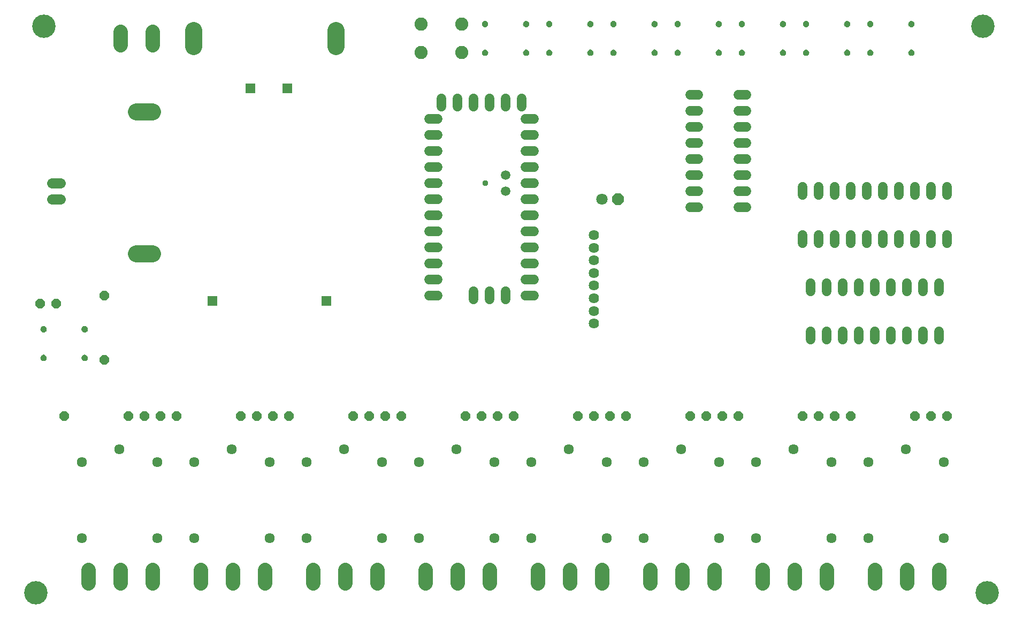
<source format=gbr>
G04 EAGLE Gerber RS-274X export*
G75*
%MOMM*%
%FSLAX34Y34*%
%LPD*%
%INSoldermask Top*%
%IPPOS*%
%AMOC8*
5,1,8,0,0,1.08239X$1,22.5*%
G01*
%ADD10C,3.703200*%
%ADD11P,1.951982X8X22.500000*%
%ADD12C,1.803400*%
%ADD13C,2.743200*%
%ADD14C,1.524000*%
%ADD15P,1.649562X8X202.500000*%
%ADD16P,1.649562X8X22.500000*%
%ADD17P,1.649562X8X292.500000*%
%ADD18C,2.082800*%
%ADD19C,1.625600*%
%ADD20C,1.625600*%
%ADD21C,1.611200*%
%ADD22C,1.511200*%
%ADD23C,1.511200*%
%ADD24R,1.511200X1.511200*%
%ADD25C,2.298700*%
%ADD26C,0.959600*%

G36*
X122469Y462218D02*
X122469Y462218D01*
X122517Y462232D01*
X122607Y462250D01*
X123516Y462571D01*
X123560Y462596D01*
X123644Y462633D01*
X124459Y463148D01*
X124496Y463182D01*
X124569Y463237D01*
X125249Y463921D01*
X125278Y463962D01*
X125337Y464032D01*
X125848Y464850D01*
X125866Y464897D01*
X125909Y464978D01*
X126224Y465889D01*
X126232Y465939D01*
X126256Y466028D01*
X126361Y466986D01*
X126358Y467016D01*
X126364Y467055D01*
X126364Y467156D01*
X126359Y467184D01*
X126361Y467220D01*
X126262Y468193D01*
X126249Y468242D01*
X126232Y468332D01*
X125920Y469259D01*
X125895Y469303D01*
X125860Y469388D01*
X125349Y470222D01*
X125315Y470260D01*
X125261Y470334D01*
X124577Y471034D01*
X124536Y471063D01*
X124467Y471123D01*
X123645Y471653D01*
X123598Y471673D01*
X123518Y471717D01*
X122598Y472050D01*
X122549Y472059D01*
X122460Y472084D01*
X121489Y472204D01*
X121479Y472204D01*
X121467Y472207D01*
X121164Y472234D01*
X121114Y472229D01*
X121015Y472229D01*
X120058Y472087D01*
X120010Y472071D01*
X119920Y472051D01*
X119018Y471699D01*
X118975Y471673D01*
X118893Y471633D01*
X118092Y471090D01*
X118056Y471054D01*
X117984Y470997D01*
X117324Y470289D01*
X117297Y470247D01*
X117240Y470175D01*
X116754Y469338D01*
X116737Y469290D01*
X116697Y469207D01*
X116410Y468283D01*
X116404Y468233D01*
X116383Y468143D01*
X116317Y467278D01*
X116315Y467270D01*
X116315Y467252D01*
X116312Y467211D01*
X116308Y467182D01*
X116308Y467130D01*
X116313Y467103D01*
X116416Y466136D01*
X116430Y466088D01*
X116447Y465997D01*
X116766Y465067D01*
X116791Y465023D01*
X116827Y464938D01*
X117346Y464102D01*
X117379Y464065D01*
X117434Y463991D01*
X118125Y463291D01*
X118167Y463262D01*
X118236Y463201D01*
X119066Y462673D01*
X119113Y462654D01*
X119194Y462611D01*
X120121Y462280D01*
X120171Y462272D01*
X120259Y462248D01*
X121212Y462135D01*
X121316Y462115D01*
X121320Y462115D01*
X121323Y462113D01*
X121511Y462107D01*
X122469Y462218D01*
G37*
G36*
X57445Y462193D02*
X57445Y462193D01*
X57493Y462207D01*
X57583Y462225D01*
X58492Y462546D01*
X58536Y462571D01*
X58620Y462608D01*
X59435Y463123D01*
X59472Y463157D01*
X59545Y463212D01*
X60225Y463896D01*
X60254Y463937D01*
X60313Y464007D01*
X60824Y464825D01*
X60842Y464872D01*
X60885Y464953D01*
X61200Y465864D01*
X61208Y465914D01*
X61232Y466003D01*
X61337Y466961D01*
X61334Y466991D01*
X61340Y467030D01*
X61340Y467131D01*
X61335Y467159D01*
X61337Y467195D01*
X61238Y468168D01*
X61225Y468217D01*
X61208Y468307D01*
X60896Y469234D01*
X60871Y469278D01*
X60836Y469363D01*
X60325Y470197D01*
X60291Y470235D01*
X60237Y470309D01*
X59553Y471009D01*
X59512Y471038D01*
X59443Y471098D01*
X58621Y471628D01*
X58574Y471648D01*
X58494Y471692D01*
X57574Y472025D01*
X57525Y472034D01*
X57436Y472059D01*
X56465Y472179D01*
X56455Y472179D01*
X56443Y472182D01*
X56140Y472209D01*
X56090Y472204D01*
X55991Y472204D01*
X55034Y472062D01*
X54986Y472046D01*
X54896Y472026D01*
X53994Y471674D01*
X53951Y471648D01*
X53869Y471608D01*
X53068Y471065D01*
X53032Y471029D01*
X52960Y470972D01*
X52300Y470264D01*
X52273Y470222D01*
X52216Y470150D01*
X51730Y469313D01*
X51713Y469265D01*
X51673Y469182D01*
X51386Y468258D01*
X51380Y468208D01*
X51359Y468118D01*
X51293Y467253D01*
X51291Y467245D01*
X51291Y467227D01*
X51288Y467186D01*
X51284Y467157D01*
X51284Y467105D01*
X51289Y467078D01*
X51392Y466111D01*
X51406Y466063D01*
X51423Y465972D01*
X51742Y465042D01*
X51767Y464998D01*
X51803Y464913D01*
X52322Y464077D01*
X52355Y464040D01*
X52410Y463966D01*
X53101Y463266D01*
X53143Y463237D01*
X53212Y463176D01*
X54042Y462648D01*
X54089Y462629D01*
X54170Y462586D01*
X55097Y462255D01*
X55147Y462247D01*
X55235Y462223D01*
X56188Y462110D01*
X56292Y462090D01*
X56296Y462090D01*
X56299Y462088D01*
X56487Y462082D01*
X57445Y462193D01*
G37*
G36*
X57445Y416955D02*
X57445Y416955D01*
X57493Y416969D01*
X57583Y416987D01*
X58492Y417308D01*
X58536Y417333D01*
X58620Y417370D01*
X59435Y417885D01*
X59472Y417919D01*
X59545Y417974D01*
X60225Y418658D01*
X60254Y418699D01*
X60313Y418769D01*
X60824Y419587D01*
X60842Y419634D01*
X60885Y419715D01*
X61200Y420626D01*
X61208Y420676D01*
X61232Y420765D01*
X61337Y421723D01*
X61334Y421753D01*
X61340Y421792D01*
X61340Y421893D01*
X61335Y421921D01*
X61337Y421957D01*
X61238Y422930D01*
X61225Y422979D01*
X61208Y423069D01*
X60896Y423996D01*
X60871Y424040D01*
X60836Y424125D01*
X60325Y424959D01*
X60291Y424997D01*
X60237Y425071D01*
X59553Y425771D01*
X59512Y425800D01*
X59443Y425860D01*
X58621Y426390D01*
X58574Y426410D01*
X58494Y426454D01*
X57574Y426787D01*
X57525Y426796D01*
X57436Y426821D01*
X56465Y426941D01*
X56455Y426941D01*
X56443Y426944D01*
X56140Y426971D01*
X56090Y426966D01*
X55991Y426966D01*
X55034Y426824D01*
X54986Y426808D01*
X54896Y426788D01*
X53994Y426436D01*
X53951Y426410D01*
X53869Y426370D01*
X53068Y425827D01*
X53032Y425791D01*
X52960Y425734D01*
X52300Y425026D01*
X52273Y424984D01*
X52216Y424912D01*
X51730Y424075D01*
X51713Y424027D01*
X51673Y423944D01*
X51386Y423020D01*
X51380Y422970D01*
X51359Y422880D01*
X51293Y422015D01*
X51291Y422007D01*
X51291Y421989D01*
X51288Y421948D01*
X51284Y421919D01*
X51284Y421867D01*
X51289Y421840D01*
X51392Y420873D01*
X51406Y420825D01*
X51423Y420734D01*
X51742Y419804D01*
X51767Y419760D01*
X51803Y419675D01*
X52322Y418839D01*
X52355Y418802D01*
X52410Y418728D01*
X53101Y418028D01*
X53143Y417999D01*
X53212Y417938D01*
X54042Y417410D01*
X54089Y417391D01*
X54170Y417348D01*
X55097Y417017D01*
X55147Y417009D01*
X55235Y416985D01*
X56188Y416872D01*
X56292Y416852D01*
X56296Y416852D01*
X56299Y416850D01*
X56487Y416844D01*
X57445Y416955D01*
G37*
G36*
X122520Y416930D02*
X122520Y416930D01*
X122568Y416944D01*
X122658Y416962D01*
X123567Y417283D01*
X123611Y417308D01*
X123695Y417345D01*
X124510Y417860D01*
X124547Y417894D01*
X124620Y417949D01*
X125300Y418633D01*
X125329Y418674D01*
X125388Y418744D01*
X125899Y419562D01*
X125917Y419609D01*
X125960Y419690D01*
X126275Y420601D01*
X126283Y420651D01*
X126307Y420740D01*
X126412Y421698D01*
X126409Y421728D01*
X126415Y421767D01*
X126415Y421868D01*
X126410Y421896D01*
X126412Y421932D01*
X126313Y422905D01*
X126300Y422954D01*
X126283Y423044D01*
X125971Y423971D01*
X125946Y424015D01*
X125911Y424100D01*
X125400Y424934D01*
X125366Y424972D01*
X125312Y425046D01*
X124628Y425746D01*
X124587Y425775D01*
X124518Y425835D01*
X123696Y426365D01*
X123649Y426385D01*
X123569Y426429D01*
X122649Y426762D01*
X122600Y426771D01*
X122511Y426796D01*
X121540Y426916D01*
X121530Y426916D01*
X121518Y426919D01*
X121215Y426946D01*
X121165Y426941D01*
X121066Y426941D01*
X120109Y426799D01*
X120061Y426783D01*
X119971Y426763D01*
X119069Y426411D01*
X119026Y426385D01*
X118944Y426345D01*
X118143Y425802D01*
X118107Y425766D01*
X118035Y425709D01*
X117375Y425001D01*
X117348Y424959D01*
X117291Y424887D01*
X116805Y424050D01*
X116788Y424002D01*
X116748Y423919D01*
X116461Y422995D01*
X116455Y422945D01*
X116434Y422855D01*
X116368Y421990D01*
X116366Y421982D01*
X116366Y421964D01*
X116363Y421923D01*
X116359Y421894D01*
X116359Y421842D01*
X116364Y421815D01*
X116467Y420848D01*
X116481Y420800D01*
X116498Y420709D01*
X116817Y419779D01*
X116842Y419735D01*
X116878Y419650D01*
X117397Y418814D01*
X117430Y418777D01*
X117485Y418703D01*
X118176Y418003D01*
X118218Y417974D01*
X118287Y417913D01*
X119117Y417385D01*
X119164Y417366D01*
X119245Y417323D01*
X120172Y416992D01*
X120222Y416984D01*
X120310Y416960D01*
X121263Y416847D01*
X121367Y416827D01*
X121371Y416827D01*
X121374Y416825D01*
X121562Y416819D01*
X122520Y416930D01*
G37*
G36*
X856735Y944659D02*
X856735Y944659D01*
X856834Y944659D01*
X857791Y944801D01*
X857839Y944817D01*
X857929Y944837D01*
X858831Y945189D01*
X858874Y945215D01*
X858956Y945255D01*
X859757Y945798D01*
X859793Y945834D01*
X859865Y945891D01*
X860525Y946599D01*
X860552Y946641D01*
X860609Y946713D01*
X861095Y947550D01*
X861112Y947598D01*
X861152Y947681D01*
X861439Y948605D01*
X861445Y948655D01*
X861466Y948745D01*
X861533Y949629D01*
X861534Y949632D01*
X861534Y949640D01*
X861537Y949677D01*
X861541Y949706D01*
X861541Y949758D01*
X861536Y949785D01*
X861433Y950752D01*
X861419Y950800D01*
X861402Y950891D01*
X861083Y951821D01*
X861058Y951865D01*
X861022Y951950D01*
X860503Y952786D01*
X860470Y952823D01*
X860415Y952898D01*
X859724Y953597D01*
X859682Y953626D01*
X859613Y953687D01*
X858783Y954215D01*
X858736Y954234D01*
X858655Y954277D01*
X857728Y954608D01*
X857678Y954616D01*
X857590Y954640D01*
X856637Y954753D01*
X856534Y954773D01*
X856529Y954773D01*
X856526Y954775D01*
X856338Y954781D01*
X855380Y954670D01*
X855332Y954656D01*
X855242Y954638D01*
X854333Y954317D01*
X854289Y954292D01*
X854205Y954255D01*
X853390Y953740D01*
X853353Y953706D01*
X853280Y953651D01*
X852600Y952967D01*
X852571Y952926D01*
X852512Y952856D01*
X852001Y952038D01*
X851983Y951991D01*
X851940Y951910D01*
X851625Y950999D01*
X851617Y950949D01*
X851593Y950860D01*
X851489Y949902D01*
X851491Y949872D01*
X851485Y949833D01*
X851485Y949732D01*
X851490Y949705D01*
X851488Y949668D01*
X851587Y948695D01*
X851600Y948646D01*
X851617Y948556D01*
X851929Y947629D01*
X851954Y947585D01*
X851989Y947500D01*
X852500Y946666D01*
X852534Y946628D01*
X852588Y946554D01*
X853272Y945854D01*
X853313Y945825D01*
X853382Y945765D01*
X854204Y945235D01*
X854251Y945215D01*
X854331Y945171D01*
X855251Y944838D01*
X855300Y944829D01*
X855389Y944804D01*
X856360Y944684D01*
X856370Y944684D01*
X856382Y944681D01*
X856685Y944654D01*
X856735Y944659D01*
G37*
G36*
X1059935Y944659D02*
X1059935Y944659D01*
X1060034Y944659D01*
X1060991Y944801D01*
X1061039Y944817D01*
X1061129Y944837D01*
X1062031Y945189D01*
X1062074Y945215D01*
X1062156Y945255D01*
X1062957Y945798D01*
X1062993Y945834D01*
X1063065Y945891D01*
X1063725Y946599D01*
X1063752Y946641D01*
X1063809Y946713D01*
X1064295Y947550D01*
X1064312Y947598D01*
X1064352Y947681D01*
X1064639Y948605D01*
X1064645Y948655D01*
X1064666Y948745D01*
X1064733Y949629D01*
X1064734Y949632D01*
X1064734Y949640D01*
X1064737Y949677D01*
X1064741Y949706D01*
X1064741Y949758D01*
X1064736Y949785D01*
X1064633Y950752D01*
X1064619Y950800D01*
X1064602Y950891D01*
X1064283Y951821D01*
X1064258Y951865D01*
X1064222Y951950D01*
X1063703Y952786D01*
X1063670Y952823D01*
X1063615Y952898D01*
X1062924Y953597D01*
X1062882Y953626D01*
X1062813Y953687D01*
X1061983Y954215D01*
X1061936Y954234D01*
X1061855Y954277D01*
X1060928Y954608D01*
X1060878Y954616D01*
X1060790Y954640D01*
X1059837Y954753D01*
X1059734Y954773D01*
X1059729Y954773D01*
X1059726Y954775D01*
X1059538Y954781D01*
X1058580Y954670D01*
X1058532Y954656D01*
X1058442Y954638D01*
X1057533Y954317D01*
X1057489Y954292D01*
X1057405Y954255D01*
X1056590Y953740D01*
X1056553Y953706D01*
X1056480Y953651D01*
X1055800Y952967D01*
X1055771Y952926D01*
X1055712Y952856D01*
X1055201Y952038D01*
X1055183Y951991D01*
X1055140Y951910D01*
X1054825Y950999D01*
X1054817Y950949D01*
X1054793Y950860D01*
X1054689Y949902D01*
X1054691Y949872D01*
X1054685Y949833D01*
X1054685Y949732D01*
X1054690Y949705D01*
X1054688Y949668D01*
X1054787Y948695D01*
X1054800Y948646D01*
X1054817Y948556D01*
X1055129Y947629D01*
X1055154Y947585D01*
X1055189Y947500D01*
X1055700Y946666D01*
X1055734Y946628D01*
X1055788Y946554D01*
X1056472Y945854D01*
X1056513Y945825D01*
X1056582Y945765D01*
X1057404Y945235D01*
X1057451Y945215D01*
X1057531Y945171D01*
X1058451Y944838D01*
X1058500Y944829D01*
X1058589Y944804D01*
X1059560Y944684D01*
X1059570Y944684D01*
X1059582Y944681D01*
X1059885Y944654D01*
X1059935Y944659D01*
G37*
G36*
X958335Y944659D02*
X958335Y944659D01*
X958434Y944659D01*
X959391Y944801D01*
X959439Y944817D01*
X959529Y944837D01*
X960431Y945189D01*
X960474Y945215D01*
X960556Y945255D01*
X961357Y945798D01*
X961393Y945834D01*
X961465Y945891D01*
X962125Y946599D01*
X962152Y946641D01*
X962209Y946713D01*
X962695Y947550D01*
X962712Y947598D01*
X962752Y947681D01*
X963039Y948605D01*
X963045Y948655D01*
X963066Y948745D01*
X963133Y949629D01*
X963134Y949632D01*
X963134Y949640D01*
X963137Y949677D01*
X963141Y949706D01*
X963141Y949758D01*
X963136Y949785D01*
X963033Y950752D01*
X963019Y950800D01*
X963002Y950891D01*
X962683Y951821D01*
X962658Y951865D01*
X962622Y951950D01*
X962103Y952786D01*
X962070Y952823D01*
X962015Y952898D01*
X961324Y953597D01*
X961282Y953626D01*
X961213Y953687D01*
X960383Y954215D01*
X960336Y954234D01*
X960255Y954277D01*
X959328Y954608D01*
X959278Y954616D01*
X959190Y954640D01*
X958237Y954753D01*
X958134Y954773D01*
X958129Y954773D01*
X958126Y954775D01*
X957938Y954781D01*
X956980Y954670D01*
X956932Y954656D01*
X956842Y954638D01*
X955933Y954317D01*
X955889Y954292D01*
X955805Y954255D01*
X954990Y953740D01*
X954953Y953706D01*
X954880Y953651D01*
X954200Y952967D01*
X954171Y952926D01*
X954112Y952856D01*
X953601Y952038D01*
X953583Y951991D01*
X953540Y951910D01*
X953225Y950999D01*
X953217Y950949D01*
X953193Y950860D01*
X953089Y949902D01*
X953091Y949872D01*
X953085Y949833D01*
X953085Y949732D01*
X953090Y949705D01*
X953088Y949668D01*
X953187Y948695D01*
X953200Y948646D01*
X953217Y948556D01*
X953529Y947629D01*
X953554Y947585D01*
X953589Y947500D01*
X954100Y946666D01*
X954134Y946628D01*
X954188Y946554D01*
X954872Y945854D01*
X954913Y945825D01*
X954982Y945765D01*
X955804Y945235D01*
X955851Y945215D01*
X955931Y945171D01*
X956851Y944838D01*
X956900Y944829D01*
X956989Y944804D01*
X957960Y944684D01*
X957970Y944684D01*
X957982Y944681D01*
X958285Y944654D01*
X958335Y944659D01*
G37*
G36*
X1161535Y944659D02*
X1161535Y944659D01*
X1161634Y944659D01*
X1162591Y944801D01*
X1162639Y944817D01*
X1162729Y944837D01*
X1163631Y945189D01*
X1163674Y945215D01*
X1163756Y945255D01*
X1164557Y945798D01*
X1164593Y945834D01*
X1164665Y945891D01*
X1165325Y946599D01*
X1165352Y946641D01*
X1165409Y946713D01*
X1165895Y947550D01*
X1165912Y947598D01*
X1165952Y947681D01*
X1166239Y948605D01*
X1166245Y948655D01*
X1166266Y948745D01*
X1166333Y949629D01*
X1166334Y949632D01*
X1166334Y949640D01*
X1166337Y949677D01*
X1166341Y949706D01*
X1166341Y949758D01*
X1166336Y949785D01*
X1166233Y950752D01*
X1166219Y950800D01*
X1166202Y950891D01*
X1165883Y951821D01*
X1165858Y951865D01*
X1165822Y951950D01*
X1165303Y952786D01*
X1165270Y952823D01*
X1165215Y952898D01*
X1164524Y953597D01*
X1164482Y953626D01*
X1164413Y953687D01*
X1163583Y954215D01*
X1163536Y954234D01*
X1163455Y954277D01*
X1162528Y954608D01*
X1162478Y954616D01*
X1162390Y954640D01*
X1161437Y954753D01*
X1161334Y954773D01*
X1161329Y954773D01*
X1161326Y954775D01*
X1161138Y954781D01*
X1160180Y954670D01*
X1160132Y954656D01*
X1160042Y954638D01*
X1159133Y954317D01*
X1159089Y954292D01*
X1159005Y954255D01*
X1158190Y953740D01*
X1158153Y953706D01*
X1158080Y953651D01*
X1157400Y952967D01*
X1157371Y952926D01*
X1157312Y952856D01*
X1156801Y952038D01*
X1156783Y951991D01*
X1156740Y951910D01*
X1156425Y950999D01*
X1156417Y950949D01*
X1156393Y950860D01*
X1156289Y949902D01*
X1156291Y949872D01*
X1156285Y949833D01*
X1156285Y949732D01*
X1156290Y949705D01*
X1156288Y949668D01*
X1156387Y948695D01*
X1156400Y948646D01*
X1156417Y948556D01*
X1156729Y947629D01*
X1156754Y947585D01*
X1156789Y947500D01*
X1157300Y946666D01*
X1157334Y946628D01*
X1157388Y946554D01*
X1158072Y945854D01*
X1158113Y945825D01*
X1158182Y945765D01*
X1159004Y945235D01*
X1159051Y945215D01*
X1159131Y945171D01*
X1160051Y944838D01*
X1160100Y944829D01*
X1160189Y944804D01*
X1161160Y944684D01*
X1161170Y944684D01*
X1161182Y944681D01*
X1161485Y944654D01*
X1161535Y944659D01*
G37*
G36*
X1364735Y944659D02*
X1364735Y944659D01*
X1364834Y944659D01*
X1365791Y944801D01*
X1365839Y944817D01*
X1365929Y944837D01*
X1366831Y945189D01*
X1366874Y945215D01*
X1366956Y945255D01*
X1367757Y945798D01*
X1367793Y945834D01*
X1367865Y945891D01*
X1368525Y946599D01*
X1368552Y946641D01*
X1368609Y946713D01*
X1369095Y947550D01*
X1369112Y947598D01*
X1369152Y947681D01*
X1369439Y948605D01*
X1369445Y948655D01*
X1369466Y948745D01*
X1369533Y949629D01*
X1369534Y949632D01*
X1369534Y949640D01*
X1369537Y949677D01*
X1369541Y949706D01*
X1369541Y949758D01*
X1369536Y949785D01*
X1369433Y950752D01*
X1369419Y950800D01*
X1369402Y950891D01*
X1369083Y951821D01*
X1369058Y951865D01*
X1369022Y951950D01*
X1368503Y952786D01*
X1368470Y952823D01*
X1368415Y952898D01*
X1367724Y953597D01*
X1367682Y953626D01*
X1367613Y953687D01*
X1366783Y954215D01*
X1366736Y954234D01*
X1366655Y954277D01*
X1365728Y954608D01*
X1365678Y954616D01*
X1365590Y954640D01*
X1364637Y954753D01*
X1364534Y954773D01*
X1364529Y954773D01*
X1364526Y954775D01*
X1364338Y954781D01*
X1363380Y954670D01*
X1363332Y954656D01*
X1363242Y954638D01*
X1362333Y954317D01*
X1362289Y954292D01*
X1362205Y954255D01*
X1361390Y953740D01*
X1361353Y953706D01*
X1361280Y953651D01*
X1360600Y952967D01*
X1360571Y952926D01*
X1360512Y952856D01*
X1360001Y952038D01*
X1359983Y951991D01*
X1359940Y951910D01*
X1359625Y950999D01*
X1359617Y950949D01*
X1359593Y950860D01*
X1359489Y949902D01*
X1359491Y949872D01*
X1359485Y949833D01*
X1359485Y949732D01*
X1359490Y949705D01*
X1359488Y949668D01*
X1359587Y948695D01*
X1359600Y948646D01*
X1359617Y948556D01*
X1359929Y947629D01*
X1359954Y947585D01*
X1359989Y947500D01*
X1360500Y946666D01*
X1360534Y946628D01*
X1360588Y946554D01*
X1361272Y945854D01*
X1361313Y945825D01*
X1361382Y945765D01*
X1362204Y945235D01*
X1362251Y945215D01*
X1362331Y945171D01*
X1363251Y944838D01*
X1363300Y944829D01*
X1363389Y944804D01*
X1364360Y944684D01*
X1364370Y944684D01*
X1364382Y944681D01*
X1364685Y944654D01*
X1364735Y944659D01*
G37*
G36*
X755135Y944659D02*
X755135Y944659D01*
X755234Y944659D01*
X756191Y944801D01*
X756239Y944817D01*
X756329Y944837D01*
X757231Y945189D01*
X757274Y945215D01*
X757356Y945255D01*
X758157Y945798D01*
X758193Y945834D01*
X758265Y945891D01*
X758925Y946599D01*
X758952Y946641D01*
X759009Y946713D01*
X759495Y947550D01*
X759512Y947598D01*
X759552Y947681D01*
X759839Y948605D01*
X759845Y948655D01*
X759866Y948745D01*
X759933Y949629D01*
X759934Y949632D01*
X759934Y949640D01*
X759937Y949677D01*
X759941Y949706D01*
X759941Y949758D01*
X759936Y949785D01*
X759833Y950752D01*
X759819Y950800D01*
X759802Y950891D01*
X759483Y951821D01*
X759458Y951865D01*
X759422Y951950D01*
X758903Y952786D01*
X758870Y952823D01*
X758815Y952898D01*
X758124Y953597D01*
X758082Y953626D01*
X758013Y953687D01*
X757183Y954215D01*
X757136Y954234D01*
X757055Y954277D01*
X756128Y954608D01*
X756078Y954616D01*
X755990Y954640D01*
X755037Y954753D01*
X754934Y954773D01*
X754929Y954773D01*
X754926Y954775D01*
X754738Y954781D01*
X753780Y954670D01*
X753732Y954656D01*
X753642Y954638D01*
X752733Y954317D01*
X752689Y954292D01*
X752605Y954255D01*
X751790Y953740D01*
X751753Y953706D01*
X751680Y953651D01*
X751000Y952967D01*
X750971Y952926D01*
X750912Y952856D01*
X750401Y952038D01*
X750383Y951991D01*
X750340Y951910D01*
X750025Y950999D01*
X750017Y950949D01*
X749993Y950860D01*
X749889Y949902D01*
X749891Y949872D01*
X749885Y949833D01*
X749885Y949732D01*
X749890Y949705D01*
X749888Y949668D01*
X749987Y948695D01*
X750000Y948646D01*
X750017Y948556D01*
X750329Y947629D01*
X750354Y947585D01*
X750389Y947500D01*
X750900Y946666D01*
X750934Y946628D01*
X750988Y946554D01*
X751672Y945854D01*
X751713Y945825D01*
X751782Y945765D01*
X752604Y945235D01*
X752651Y945215D01*
X752731Y945171D01*
X753651Y944838D01*
X753700Y944829D01*
X753789Y944804D01*
X754760Y944684D01*
X754770Y944684D01*
X754782Y944681D01*
X755085Y944654D01*
X755135Y944659D01*
G37*
G36*
X1263135Y944659D02*
X1263135Y944659D01*
X1263234Y944659D01*
X1264191Y944801D01*
X1264239Y944817D01*
X1264329Y944837D01*
X1265231Y945189D01*
X1265274Y945215D01*
X1265356Y945255D01*
X1266157Y945798D01*
X1266193Y945834D01*
X1266265Y945891D01*
X1266925Y946599D01*
X1266952Y946641D01*
X1267009Y946713D01*
X1267495Y947550D01*
X1267512Y947598D01*
X1267552Y947681D01*
X1267839Y948605D01*
X1267845Y948655D01*
X1267866Y948745D01*
X1267933Y949629D01*
X1267934Y949632D01*
X1267934Y949640D01*
X1267937Y949677D01*
X1267941Y949706D01*
X1267941Y949758D01*
X1267936Y949785D01*
X1267833Y950752D01*
X1267819Y950800D01*
X1267802Y950891D01*
X1267483Y951821D01*
X1267458Y951865D01*
X1267422Y951950D01*
X1266903Y952786D01*
X1266870Y952823D01*
X1266815Y952898D01*
X1266124Y953597D01*
X1266082Y953626D01*
X1266013Y953687D01*
X1265183Y954215D01*
X1265136Y954234D01*
X1265055Y954277D01*
X1264128Y954608D01*
X1264078Y954616D01*
X1263990Y954640D01*
X1263037Y954753D01*
X1262934Y954773D01*
X1262929Y954773D01*
X1262926Y954775D01*
X1262738Y954781D01*
X1261780Y954670D01*
X1261732Y954656D01*
X1261642Y954638D01*
X1260733Y954317D01*
X1260689Y954292D01*
X1260605Y954255D01*
X1259790Y953740D01*
X1259753Y953706D01*
X1259680Y953651D01*
X1259000Y952967D01*
X1258971Y952926D01*
X1258912Y952856D01*
X1258401Y952038D01*
X1258383Y951991D01*
X1258340Y951910D01*
X1258025Y950999D01*
X1258017Y950949D01*
X1257993Y950860D01*
X1257889Y949902D01*
X1257891Y949872D01*
X1257885Y949833D01*
X1257885Y949732D01*
X1257890Y949705D01*
X1257888Y949668D01*
X1257987Y948695D01*
X1258000Y948646D01*
X1258017Y948556D01*
X1258329Y947629D01*
X1258354Y947585D01*
X1258389Y947500D01*
X1258900Y946666D01*
X1258934Y946628D01*
X1258988Y946554D01*
X1259672Y945854D01*
X1259713Y945825D01*
X1259782Y945765D01*
X1260604Y945235D01*
X1260651Y945215D01*
X1260731Y945171D01*
X1261651Y944838D01*
X1261700Y944829D01*
X1261789Y944804D01*
X1262760Y944684D01*
X1262770Y944684D01*
X1262782Y944681D01*
X1263085Y944654D01*
X1263135Y944659D01*
G37*
G36*
X1429810Y944634D02*
X1429810Y944634D01*
X1429909Y944634D01*
X1430866Y944776D01*
X1430914Y944792D01*
X1431004Y944812D01*
X1431906Y945164D01*
X1431949Y945190D01*
X1432031Y945230D01*
X1432832Y945773D01*
X1432868Y945809D01*
X1432940Y945866D01*
X1433600Y946574D01*
X1433627Y946616D01*
X1433684Y946688D01*
X1434170Y947525D01*
X1434187Y947573D01*
X1434227Y947656D01*
X1434514Y948580D01*
X1434520Y948630D01*
X1434541Y948720D01*
X1434608Y949604D01*
X1434609Y949607D01*
X1434609Y949615D01*
X1434612Y949652D01*
X1434616Y949681D01*
X1434616Y949733D01*
X1434611Y949760D01*
X1434508Y950727D01*
X1434494Y950775D01*
X1434477Y950866D01*
X1434158Y951796D01*
X1434133Y951840D01*
X1434097Y951925D01*
X1433578Y952761D01*
X1433545Y952798D01*
X1433490Y952873D01*
X1432799Y953572D01*
X1432757Y953601D01*
X1432688Y953662D01*
X1431858Y954190D01*
X1431811Y954209D01*
X1431730Y954252D01*
X1430803Y954583D01*
X1430753Y954591D01*
X1430665Y954615D01*
X1429712Y954728D01*
X1429609Y954748D01*
X1429604Y954748D01*
X1429601Y954750D01*
X1429413Y954756D01*
X1428455Y954645D01*
X1428407Y954631D01*
X1428317Y954613D01*
X1427408Y954292D01*
X1427364Y954267D01*
X1427280Y954230D01*
X1426465Y953715D01*
X1426428Y953681D01*
X1426355Y953626D01*
X1425675Y952942D01*
X1425646Y952901D01*
X1425587Y952831D01*
X1425076Y952013D01*
X1425058Y951966D01*
X1425015Y951885D01*
X1424700Y950974D01*
X1424692Y950924D01*
X1424668Y950835D01*
X1424564Y949877D01*
X1424566Y949847D01*
X1424560Y949808D01*
X1424560Y949707D01*
X1424565Y949680D01*
X1424563Y949643D01*
X1424662Y948670D01*
X1424675Y948621D01*
X1424692Y948531D01*
X1425004Y947604D01*
X1425029Y947560D01*
X1425064Y947475D01*
X1425575Y946641D01*
X1425609Y946603D01*
X1425663Y946529D01*
X1426347Y945829D01*
X1426388Y945800D01*
X1426457Y945740D01*
X1427279Y945210D01*
X1427326Y945190D01*
X1427406Y945146D01*
X1428326Y944813D01*
X1428375Y944804D01*
X1428464Y944779D01*
X1429435Y944659D01*
X1429445Y944659D01*
X1429457Y944656D01*
X1429760Y944629D01*
X1429810Y944634D01*
G37*
G36*
X1328210Y944634D02*
X1328210Y944634D01*
X1328309Y944634D01*
X1329266Y944776D01*
X1329314Y944792D01*
X1329404Y944812D01*
X1330306Y945164D01*
X1330349Y945190D01*
X1330431Y945230D01*
X1331232Y945773D01*
X1331268Y945809D01*
X1331340Y945866D01*
X1332000Y946574D01*
X1332027Y946616D01*
X1332084Y946688D01*
X1332570Y947525D01*
X1332587Y947573D01*
X1332627Y947656D01*
X1332914Y948580D01*
X1332920Y948630D01*
X1332941Y948720D01*
X1333008Y949604D01*
X1333009Y949607D01*
X1333009Y949615D01*
X1333012Y949652D01*
X1333016Y949681D01*
X1333016Y949733D01*
X1333011Y949760D01*
X1332908Y950727D01*
X1332894Y950775D01*
X1332877Y950866D01*
X1332558Y951796D01*
X1332533Y951840D01*
X1332497Y951925D01*
X1331978Y952761D01*
X1331945Y952798D01*
X1331890Y952873D01*
X1331199Y953572D01*
X1331157Y953601D01*
X1331088Y953662D01*
X1330258Y954190D01*
X1330211Y954209D01*
X1330130Y954252D01*
X1329203Y954583D01*
X1329153Y954591D01*
X1329065Y954615D01*
X1328112Y954728D01*
X1328009Y954748D01*
X1328004Y954748D01*
X1328001Y954750D01*
X1327813Y954756D01*
X1326855Y954645D01*
X1326807Y954631D01*
X1326717Y954613D01*
X1325808Y954292D01*
X1325764Y954267D01*
X1325680Y954230D01*
X1324865Y953715D01*
X1324828Y953681D01*
X1324755Y953626D01*
X1324075Y952942D01*
X1324046Y952901D01*
X1323987Y952831D01*
X1323476Y952013D01*
X1323458Y951966D01*
X1323415Y951885D01*
X1323100Y950974D01*
X1323092Y950924D01*
X1323068Y950835D01*
X1322964Y949877D01*
X1322966Y949847D01*
X1322960Y949808D01*
X1322960Y949707D01*
X1322965Y949680D01*
X1322963Y949643D01*
X1323062Y948670D01*
X1323075Y948621D01*
X1323092Y948531D01*
X1323404Y947604D01*
X1323429Y947560D01*
X1323464Y947475D01*
X1323975Y946641D01*
X1324009Y946603D01*
X1324063Y946529D01*
X1324747Y945829D01*
X1324788Y945800D01*
X1324857Y945740D01*
X1325679Y945210D01*
X1325726Y945190D01*
X1325806Y945146D01*
X1326726Y944813D01*
X1326775Y944804D01*
X1326864Y944779D01*
X1327835Y944659D01*
X1327845Y944659D01*
X1327857Y944656D01*
X1328160Y944629D01*
X1328210Y944634D01*
G37*
G36*
X820210Y944634D02*
X820210Y944634D01*
X820309Y944634D01*
X821266Y944776D01*
X821314Y944792D01*
X821404Y944812D01*
X822306Y945164D01*
X822349Y945190D01*
X822431Y945230D01*
X823232Y945773D01*
X823268Y945809D01*
X823340Y945866D01*
X824000Y946574D01*
X824027Y946616D01*
X824084Y946688D01*
X824570Y947525D01*
X824587Y947573D01*
X824627Y947656D01*
X824914Y948580D01*
X824920Y948630D01*
X824941Y948720D01*
X825008Y949604D01*
X825009Y949607D01*
X825009Y949615D01*
X825012Y949652D01*
X825016Y949681D01*
X825016Y949733D01*
X825011Y949760D01*
X824908Y950727D01*
X824894Y950775D01*
X824877Y950866D01*
X824558Y951796D01*
X824533Y951840D01*
X824497Y951925D01*
X823978Y952761D01*
X823945Y952798D01*
X823890Y952873D01*
X823199Y953572D01*
X823157Y953601D01*
X823088Y953662D01*
X822258Y954190D01*
X822211Y954209D01*
X822130Y954252D01*
X821203Y954583D01*
X821153Y954591D01*
X821065Y954615D01*
X820112Y954728D01*
X820009Y954748D01*
X820004Y954748D01*
X820001Y954750D01*
X819813Y954756D01*
X818855Y954645D01*
X818807Y954631D01*
X818717Y954613D01*
X817808Y954292D01*
X817764Y954267D01*
X817680Y954230D01*
X816865Y953715D01*
X816828Y953681D01*
X816755Y953626D01*
X816075Y952942D01*
X816046Y952901D01*
X815987Y952831D01*
X815476Y952013D01*
X815458Y951966D01*
X815415Y951885D01*
X815100Y950974D01*
X815092Y950924D01*
X815068Y950835D01*
X814964Y949877D01*
X814966Y949847D01*
X814960Y949808D01*
X814960Y949707D01*
X814965Y949680D01*
X814963Y949643D01*
X815062Y948670D01*
X815075Y948621D01*
X815092Y948531D01*
X815404Y947604D01*
X815429Y947560D01*
X815464Y947475D01*
X815975Y946641D01*
X816009Y946603D01*
X816063Y946529D01*
X816747Y945829D01*
X816788Y945800D01*
X816857Y945740D01*
X817679Y945210D01*
X817726Y945190D01*
X817806Y945146D01*
X818726Y944813D01*
X818775Y944804D01*
X818864Y944779D01*
X819835Y944659D01*
X819845Y944659D01*
X819857Y944656D01*
X820160Y944629D01*
X820210Y944634D01*
G37*
G36*
X1023410Y944634D02*
X1023410Y944634D01*
X1023509Y944634D01*
X1024466Y944776D01*
X1024514Y944792D01*
X1024604Y944812D01*
X1025506Y945164D01*
X1025549Y945190D01*
X1025631Y945230D01*
X1026432Y945773D01*
X1026468Y945809D01*
X1026540Y945866D01*
X1027200Y946574D01*
X1027227Y946616D01*
X1027284Y946688D01*
X1027770Y947525D01*
X1027787Y947573D01*
X1027827Y947656D01*
X1028114Y948580D01*
X1028120Y948630D01*
X1028141Y948720D01*
X1028208Y949604D01*
X1028209Y949607D01*
X1028209Y949615D01*
X1028212Y949652D01*
X1028216Y949681D01*
X1028216Y949733D01*
X1028211Y949760D01*
X1028108Y950727D01*
X1028094Y950775D01*
X1028077Y950866D01*
X1027758Y951796D01*
X1027733Y951840D01*
X1027697Y951925D01*
X1027178Y952761D01*
X1027145Y952798D01*
X1027090Y952873D01*
X1026399Y953572D01*
X1026357Y953601D01*
X1026288Y953662D01*
X1025458Y954190D01*
X1025411Y954209D01*
X1025330Y954252D01*
X1024403Y954583D01*
X1024353Y954591D01*
X1024265Y954615D01*
X1023312Y954728D01*
X1023209Y954748D01*
X1023204Y954748D01*
X1023201Y954750D01*
X1023013Y954756D01*
X1022055Y954645D01*
X1022007Y954631D01*
X1021917Y954613D01*
X1021008Y954292D01*
X1020964Y954267D01*
X1020880Y954230D01*
X1020065Y953715D01*
X1020028Y953681D01*
X1019955Y953626D01*
X1019275Y952942D01*
X1019246Y952901D01*
X1019187Y952831D01*
X1018676Y952013D01*
X1018658Y951966D01*
X1018615Y951885D01*
X1018300Y950974D01*
X1018292Y950924D01*
X1018268Y950835D01*
X1018164Y949877D01*
X1018166Y949847D01*
X1018160Y949808D01*
X1018160Y949707D01*
X1018165Y949680D01*
X1018163Y949643D01*
X1018262Y948670D01*
X1018275Y948621D01*
X1018292Y948531D01*
X1018604Y947604D01*
X1018629Y947560D01*
X1018664Y947475D01*
X1019175Y946641D01*
X1019209Y946603D01*
X1019263Y946529D01*
X1019947Y945829D01*
X1019988Y945800D01*
X1020057Y945740D01*
X1020879Y945210D01*
X1020926Y945190D01*
X1021006Y945146D01*
X1021926Y944813D01*
X1021975Y944804D01*
X1022064Y944779D01*
X1023035Y944659D01*
X1023045Y944659D01*
X1023057Y944656D01*
X1023360Y944629D01*
X1023410Y944634D01*
G37*
G36*
X921810Y944634D02*
X921810Y944634D01*
X921909Y944634D01*
X922866Y944776D01*
X922914Y944792D01*
X923004Y944812D01*
X923906Y945164D01*
X923949Y945190D01*
X924031Y945230D01*
X924832Y945773D01*
X924868Y945809D01*
X924940Y945866D01*
X925600Y946574D01*
X925627Y946616D01*
X925684Y946688D01*
X926170Y947525D01*
X926187Y947573D01*
X926227Y947656D01*
X926514Y948580D01*
X926520Y948630D01*
X926541Y948720D01*
X926608Y949604D01*
X926609Y949607D01*
X926609Y949615D01*
X926612Y949652D01*
X926616Y949681D01*
X926616Y949733D01*
X926611Y949760D01*
X926508Y950727D01*
X926494Y950775D01*
X926477Y950866D01*
X926158Y951796D01*
X926133Y951840D01*
X926097Y951925D01*
X925578Y952761D01*
X925545Y952798D01*
X925490Y952873D01*
X924799Y953572D01*
X924757Y953601D01*
X924688Y953662D01*
X923858Y954190D01*
X923811Y954209D01*
X923730Y954252D01*
X922803Y954583D01*
X922753Y954591D01*
X922665Y954615D01*
X921712Y954728D01*
X921609Y954748D01*
X921604Y954748D01*
X921601Y954750D01*
X921413Y954756D01*
X920455Y954645D01*
X920407Y954631D01*
X920317Y954613D01*
X919408Y954292D01*
X919364Y954267D01*
X919280Y954230D01*
X918465Y953715D01*
X918428Y953681D01*
X918355Y953626D01*
X917675Y952942D01*
X917646Y952901D01*
X917587Y952831D01*
X917076Y952013D01*
X917058Y951966D01*
X917015Y951885D01*
X916700Y950974D01*
X916692Y950924D01*
X916668Y950835D01*
X916564Y949877D01*
X916566Y949847D01*
X916560Y949808D01*
X916560Y949707D01*
X916565Y949680D01*
X916563Y949643D01*
X916662Y948670D01*
X916675Y948621D01*
X916692Y948531D01*
X917004Y947604D01*
X917029Y947560D01*
X917064Y947475D01*
X917575Y946641D01*
X917609Y946603D01*
X917663Y946529D01*
X918347Y945829D01*
X918388Y945800D01*
X918457Y945740D01*
X919279Y945210D01*
X919326Y945190D01*
X919406Y945146D01*
X920326Y944813D01*
X920375Y944804D01*
X920464Y944779D01*
X921435Y944659D01*
X921445Y944659D01*
X921457Y944656D01*
X921760Y944629D01*
X921810Y944634D01*
G37*
G36*
X1125010Y944634D02*
X1125010Y944634D01*
X1125109Y944634D01*
X1126066Y944776D01*
X1126114Y944792D01*
X1126204Y944812D01*
X1127106Y945164D01*
X1127149Y945190D01*
X1127231Y945230D01*
X1128032Y945773D01*
X1128068Y945809D01*
X1128140Y945866D01*
X1128800Y946574D01*
X1128827Y946616D01*
X1128884Y946688D01*
X1129370Y947525D01*
X1129387Y947573D01*
X1129427Y947656D01*
X1129714Y948580D01*
X1129720Y948630D01*
X1129741Y948720D01*
X1129808Y949604D01*
X1129809Y949607D01*
X1129809Y949615D01*
X1129812Y949652D01*
X1129816Y949681D01*
X1129816Y949733D01*
X1129811Y949760D01*
X1129708Y950727D01*
X1129694Y950775D01*
X1129677Y950866D01*
X1129358Y951796D01*
X1129333Y951840D01*
X1129297Y951925D01*
X1128778Y952761D01*
X1128745Y952798D01*
X1128690Y952873D01*
X1127999Y953572D01*
X1127957Y953601D01*
X1127888Y953662D01*
X1127058Y954190D01*
X1127011Y954209D01*
X1126930Y954252D01*
X1126003Y954583D01*
X1125953Y954591D01*
X1125865Y954615D01*
X1124912Y954728D01*
X1124809Y954748D01*
X1124804Y954748D01*
X1124801Y954750D01*
X1124613Y954756D01*
X1123655Y954645D01*
X1123607Y954631D01*
X1123517Y954613D01*
X1122608Y954292D01*
X1122564Y954267D01*
X1122480Y954230D01*
X1121665Y953715D01*
X1121628Y953681D01*
X1121555Y953626D01*
X1120875Y952942D01*
X1120846Y952901D01*
X1120787Y952831D01*
X1120276Y952013D01*
X1120258Y951966D01*
X1120215Y951885D01*
X1119900Y950974D01*
X1119892Y950924D01*
X1119868Y950835D01*
X1119764Y949877D01*
X1119766Y949847D01*
X1119760Y949808D01*
X1119760Y949707D01*
X1119765Y949680D01*
X1119763Y949643D01*
X1119862Y948670D01*
X1119875Y948621D01*
X1119892Y948531D01*
X1120204Y947604D01*
X1120229Y947560D01*
X1120264Y947475D01*
X1120775Y946641D01*
X1120809Y946603D01*
X1120863Y946529D01*
X1121547Y945829D01*
X1121588Y945800D01*
X1121657Y945740D01*
X1122479Y945210D01*
X1122526Y945190D01*
X1122606Y945146D01*
X1123526Y944813D01*
X1123575Y944804D01*
X1123664Y944779D01*
X1124635Y944659D01*
X1124645Y944659D01*
X1124657Y944656D01*
X1124960Y944629D01*
X1125010Y944634D01*
G37*
G36*
X1226610Y944634D02*
X1226610Y944634D01*
X1226709Y944634D01*
X1227666Y944776D01*
X1227714Y944792D01*
X1227804Y944812D01*
X1228706Y945164D01*
X1228749Y945190D01*
X1228831Y945230D01*
X1229632Y945773D01*
X1229668Y945809D01*
X1229740Y945866D01*
X1230400Y946574D01*
X1230427Y946616D01*
X1230484Y946688D01*
X1230970Y947525D01*
X1230987Y947573D01*
X1231027Y947656D01*
X1231314Y948580D01*
X1231320Y948630D01*
X1231341Y948720D01*
X1231408Y949604D01*
X1231409Y949607D01*
X1231409Y949615D01*
X1231412Y949652D01*
X1231416Y949681D01*
X1231416Y949733D01*
X1231411Y949760D01*
X1231308Y950727D01*
X1231294Y950775D01*
X1231277Y950866D01*
X1230958Y951796D01*
X1230933Y951840D01*
X1230897Y951925D01*
X1230378Y952761D01*
X1230345Y952798D01*
X1230290Y952873D01*
X1229599Y953572D01*
X1229557Y953601D01*
X1229488Y953662D01*
X1228658Y954190D01*
X1228611Y954209D01*
X1228530Y954252D01*
X1227603Y954583D01*
X1227553Y954591D01*
X1227465Y954615D01*
X1226512Y954728D01*
X1226409Y954748D01*
X1226404Y954748D01*
X1226401Y954750D01*
X1226213Y954756D01*
X1225255Y954645D01*
X1225207Y954631D01*
X1225117Y954613D01*
X1224208Y954292D01*
X1224164Y954267D01*
X1224080Y954230D01*
X1223265Y953715D01*
X1223228Y953681D01*
X1223155Y953626D01*
X1222475Y952942D01*
X1222446Y952901D01*
X1222387Y952831D01*
X1221876Y952013D01*
X1221858Y951966D01*
X1221815Y951885D01*
X1221500Y950974D01*
X1221492Y950924D01*
X1221468Y950835D01*
X1221364Y949877D01*
X1221366Y949847D01*
X1221360Y949808D01*
X1221360Y949707D01*
X1221365Y949680D01*
X1221363Y949643D01*
X1221462Y948670D01*
X1221475Y948621D01*
X1221492Y948531D01*
X1221804Y947604D01*
X1221829Y947560D01*
X1221864Y947475D01*
X1222375Y946641D01*
X1222409Y946603D01*
X1222463Y946529D01*
X1223147Y945829D01*
X1223188Y945800D01*
X1223257Y945740D01*
X1224079Y945210D01*
X1224126Y945190D01*
X1224206Y945146D01*
X1225126Y944813D01*
X1225175Y944804D01*
X1225264Y944779D01*
X1226235Y944659D01*
X1226245Y944659D01*
X1226257Y944656D01*
X1226560Y944629D01*
X1226610Y944634D01*
G37*
G36*
X820210Y899396D02*
X820210Y899396D01*
X820309Y899396D01*
X821266Y899538D01*
X821314Y899554D01*
X821404Y899574D01*
X822306Y899926D01*
X822349Y899952D01*
X822431Y899992D01*
X823232Y900535D01*
X823268Y900571D01*
X823340Y900628D01*
X824000Y901336D01*
X824027Y901378D01*
X824084Y901450D01*
X824570Y902287D01*
X824587Y902335D01*
X824627Y902418D01*
X824914Y903342D01*
X824920Y903392D01*
X824941Y903482D01*
X825008Y904366D01*
X825009Y904369D01*
X825009Y904377D01*
X825012Y904414D01*
X825016Y904443D01*
X825016Y904495D01*
X825011Y904522D01*
X824908Y905489D01*
X824894Y905537D01*
X824877Y905628D01*
X824558Y906558D01*
X824533Y906602D01*
X824497Y906687D01*
X823978Y907523D01*
X823945Y907560D01*
X823890Y907635D01*
X823199Y908334D01*
X823157Y908363D01*
X823088Y908424D01*
X822258Y908952D01*
X822211Y908971D01*
X822130Y909014D01*
X821203Y909345D01*
X821153Y909353D01*
X821065Y909377D01*
X820112Y909490D01*
X820009Y909510D01*
X820004Y909510D01*
X820001Y909512D01*
X819813Y909518D01*
X818855Y909407D01*
X818807Y909393D01*
X818717Y909375D01*
X817808Y909054D01*
X817764Y909029D01*
X817680Y908992D01*
X816865Y908477D01*
X816828Y908443D01*
X816755Y908388D01*
X816075Y907704D01*
X816046Y907663D01*
X815987Y907593D01*
X815476Y906775D01*
X815458Y906728D01*
X815415Y906647D01*
X815100Y905736D01*
X815092Y905686D01*
X815068Y905597D01*
X814964Y904639D01*
X814966Y904609D01*
X814960Y904570D01*
X814960Y904469D01*
X814965Y904442D01*
X814963Y904405D01*
X815062Y903432D01*
X815075Y903383D01*
X815092Y903293D01*
X815404Y902366D01*
X815429Y902322D01*
X815464Y902237D01*
X815975Y901403D01*
X816009Y901365D01*
X816063Y901291D01*
X816747Y900591D01*
X816788Y900562D01*
X816857Y900502D01*
X817679Y899972D01*
X817726Y899952D01*
X817806Y899908D01*
X818726Y899575D01*
X818775Y899566D01*
X818864Y899541D01*
X819835Y899421D01*
X819845Y899421D01*
X819857Y899418D01*
X820160Y899391D01*
X820210Y899396D01*
G37*
G36*
X1226610Y899396D02*
X1226610Y899396D01*
X1226709Y899396D01*
X1227666Y899538D01*
X1227714Y899554D01*
X1227804Y899574D01*
X1228706Y899926D01*
X1228749Y899952D01*
X1228831Y899992D01*
X1229632Y900535D01*
X1229668Y900571D01*
X1229740Y900628D01*
X1230400Y901336D01*
X1230427Y901378D01*
X1230484Y901450D01*
X1230970Y902287D01*
X1230987Y902335D01*
X1231027Y902418D01*
X1231314Y903342D01*
X1231320Y903392D01*
X1231341Y903482D01*
X1231408Y904366D01*
X1231409Y904369D01*
X1231409Y904377D01*
X1231412Y904414D01*
X1231416Y904443D01*
X1231416Y904495D01*
X1231411Y904522D01*
X1231308Y905489D01*
X1231294Y905537D01*
X1231277Y905628D01*
X1230958Y906558D01*
X1230933Y906602D01*
X1230897Y906687D01*
X1230378Y907523D01*
X1230345Y907560D01*
X1230290Y907635D01*
X1229599Y908334D01*
X1229557Y908363D01*
X1229488Y908424D01*
X1228658Y908952D01*
X1228611Y908971D01*
X1228530Y909014D01*
X1227603Y909345D01*
X1227553Y909353D01*
X1227465Y909377D01*
X1226512Y909490D01*
X1226409Y909510D01*
X1226404Y909510D01*
X1226401Y909512D01*
X1226213Y909518D01*
X1225255Y909407D01*
X1225207Y909393D01*
X1225117Y909375D01*
X1224208Y909054D01*
X1224164Y909029D01*
X1224080Y908992D01*
X1223265Y908477D01*
X1223228Y908443D01*
X1223155Y908388D01*
X1222475Y907704D01*
X1222446Y907663D01*
X1222387Y907593D01*
X1221876Y906775D01*
X1221858Y906728D01*
X1221815Y906647D01*
X1221500Y905736D01*
X1221492Y905686D01*
X1221468Y905597D01*
X1221364Y904639D01*
X1221366Y904609D01*
X1221360Y904570D01*
X1221360Y904469D01*
X1221365Y904442D01*
X1221363Y904405D01*
X1221462Y903432D01*
X1221475Y903383D01*
X1221492Y903293D01*
X1221804Y902366D01*
X1221829Y902322D01*
X1221864Y902237D01*
X1222375Y901403D01*
X1222409Y901365D01*
X1222463Y901291D01*
X1223147Y900591D01*
X1223188Y900562D01*
X1223257Y900502D01*
X1224079Y899972D01*
X1224126Y899952D01*
X1224206Y899908D01*
X1225126Y899575D01*
X1225175Y899566D01*
X1225264Y899541D01*
X1226235Y899421D01*
X1226245Y899421D01*
X1226257Y899418D01*
X1226560Y899391D01*
X1226610Y899396D01*
G37*
G36*
X1328210Y899396D02*
X1328210Y899396D01*
X1328309Y899396D01*
X1329266Y899538D01*
X1329314Y899554D01*
X1329404Y899574D01*
X1330306Y899926D01*
X1330349Y899952D01*
X1330431Y899992D01*
X1331232Y900535D01*
X1331268Y900571D01*
X1331340Y900628D01*
X1332000Y901336D01*
X1332027Y901378D01*
X1332084Y901450D01*
X1332570Y902287D01*
X1332587Y902335D01*
X1332627Y902418D01*
X1332914Y903342D01*
X1332920Y903392D01*
X1332941Y903482D01*
X1333008Y904366D01*
X1333009Y904369D01*
X1333009Y904377D01*
X1333012Y904414D01*
X1333016Y904443D01*
X1333016Y904495D01*
X1333011Y904522D01*
X1332908Y905489D01*
X1332894Y905537D01*
X1332877Y905628D01*
X1332558Y906558D01*
X1332533Y906602D01*
X1332497Y906687D01*
X1331978Y907523D01*
X1331945Y907560D01*
X1331890Y907635D01*
X1331199Y908334D01*
X1331157Y908363D01*
X1331088Y908424D01*
X1330258Y908952D01*
X1330211Y908971D01*
X1330130Y909014D01*
X1329203Y909345D01*
X1329153Y909353D01*
X1329065Y909377D01*
X1328112Y909490D01*
X1328009Y909510D01*
X1328004Y909510D01*
X1328001Y909512D01*
X1327813Y909518D01*
X1326855Y909407D01*
X1326807Y909393D01*
X1326717Y909375D01*
X1325808Y909054D01*
X1325764Y909029D01*
X1325680Y908992D01*
X1324865Y908477D01*
X1324828Y908443D01*
X1324755Y908388D01*
X1324075Y907704D01*
X1324046Y907663D01*
X1323987Y907593D01*
X1323476Y906775D01*
X1323458Y906728D01*
X1323415Y906647D01*
X1323100Y905736D01*
X1323092Y905686D01*
X1323068Y905597D01*
X1322964Y904639D01*
X1322966Y904609D01*
X1322960Y904570D01*
X1322960Y904469D01*
X1322965Y904442D01*
X1322963Y904405D01*
X1323062Y903432D01*
X1323075Y903383D01*
X1323092Y903293D01*
X1323404Y902366D01*
X1323429Y902322D01*
X1323464Y902237D01*
X1323975Y901403D01*
X1324009Y901365D01*
X1324063Y901291D01*
X1324747Y900591D01*
X1324788Y900562D01*
X1324857Y900502D01*
X1325679Y899972D01*
X1325726Y899952D01*
X1325806Y899908D01*
X1326726Y899575D01*
X1326775Y899566D01*
X1326864Y899541D01*
X1327835Y899421D01*
X1327845Y899421D01*
X1327857Y899418D01*
X1328160Y899391D01*
X1328210Y899396D01*
G37*
G36*
X921810Y899396D02*
X921810Y899396D01*
X921909Y899396D01*
X922866Y899538D01*
X922914Y899554D01*
X923004Y899574D01*
X923906Y899926D01*
X923949Y899952D01*
X924031Y899992D01*
X924832Y900535D01*
X924868Y900571D01*
X924940Y900628D01*
X925600Y901336D01*
X925627Y901378D01*
X925684Y901450D01*
X926170Y902287D01*
X926187Y902335D01*
X926227Y902418D01*
X926514Y903342D01*
X926520Y903392D01*
X926541Y903482D01*
X926608Y904366D01*
X926609Y904369D01*
X926609Y904377D01*
X926612Y904414D01*
X926616Y904443D01*
X926616Y904495D01*
X926611Y904522D01*
X926508Y905489D01*
X926494Y905537D01*
X926477Y905628D01*
X926158Y906558D01*
X926133Y906602D01*
X926097Y906687D01*
X925578Y907523D01*
X925545Y907560D01*
X925490Y907635D01*
X924799Y908334D01*
X924757Y908363D01*
X924688Y908424D01*
X923858Y908952D01*
X923811Y908971D01*
X923730Y909014D01*
X922803Y909345D01*
X922753Y909353D01*
X922665Y909377D01*
X921712Y909490D01*
X921609Y909510D01*
X921604Y909510D01*
X921601Y909512D01*
X921413Y909518D01*
X920455Y909407D01*
X920407Y909393D01*
X920317Y909375D01*
X919408Y909054D01*
X919364Y909029D01*
X919280Y908992D01*
X918465Y908477D01*
X918428Y908443D01*
X918355Y908388D01*
X917675Y907704D01*
X917646Y907663D01*
X917587Y907593D01*
X917076Y906775D01*
X917058Y906728D01*
X917015Y906647D01*
X916700Y905736D01*
X916692Y905686D01*
X916668Y905597D01*
X916564Y904639D01*
X916566Y904609D01*
X916560Y904570D01*
X916560Y904469D01*
X916565Y904442D01*
X916563Y904405D01*
X916662Y903432D01*
X916675Y903383D01*
X916692Y903293D01*
X917004Y902366D01*
X917029Y902322D01*
X917064Y902237D01*
X917575Y901403D01*
X917609Y901365D01*
X917663Y901291D01*
X918347Y900591D01*
X918388Y900562D01*
X918457Y900502D01*
X919279Y899972D01*
X919326Y899952D01*
X919406Y899908D01*
X920326Y899575D01*
X920375Y899566D01*
X920464Y899541D01*
X921435Y899421D01*
X921445Y899421D01*
X921457Y899418D01*
X921760Y899391D01*
X921810Y899396D01*
G37*
G36*
X1429810Y899396D02*
X1429810Y899396D01*
X1429909Y899396D01*
X1430866Y899538D01*
X1430914Y899554D01*
X1431004Y899574D01*
X1431906Y899926D01*
X1431949Y899952D01*
X1432031Y899992D01*
X1432832Y900535D01*
X1432868Y900571D01*
X1432940Y900628D01*
X1433600Y901336D01*
X1433627Y901378D01*
X1433684Y901450D01*
X1434170Y902287D01*
X1434187Y902335D01*
X1434227Y902418D01*
X1434514Y903342D01*
X1434520Y903392D01*
X1434541Y903482D01*
X1434608Y904366D01*
X1434609Y904369D01*
X1434609Y904377D01*
X1434612Y904414D01*
X1434616Y904443D01*
X1434616Y904495D01*
X1434611Y904522D01*
X1434508Y905489D01*
X1434494Y905537D01*
X1434477Y905628D01*
X1434158Y906558D01*
X1434133Y906602D01*
X1434097Y906687D01*
X1433578Y907523D01*
X1433545Y907560D01*
X1433490Y907635D01*
X1432799Y908334D01*
X1432757Y908363D01*
X1432688Y908424D01*
X1431858Y908952D01*
X1431811Y908971D01*
X1431730Y909014D01*
X1430803Y909345D01*
X1430753Y909353D01*
X1430665Y909377D01*
X1429712Y909490D01*
X1429609Y909510D01*
X1429604Y909510D01*
X1429601Y909512D01*
X1429413Y909518D01*
X1428455Y909407D01*
X1428407Y909393D01*
X1428317Y909375D01*
X1427408Y909054D01*
X1427364Y909029D01*
X1427280Y908992D01*
X1426465Y908477D01*
X1426428Y908443D01*
X1426355Y908388D01*
X1425675Y907704D01*
X1425646Y907663D01*
X1425587Y907593D01*
X1425076Y906775D01*
X1425058Y906728D01*
X1425015Y906647D01*
X1424700Y905736D01*
X1424692Y905686D01*
X1424668Y905597D01*
X1424564Y904639D01*
X1424566Y904609D01*
X1424560Y904570D01*
X1424560Y904469D01*
X1424565Y904442D01*
X1424563Y904405D01*
X1424662Y903432D01*
X1424675Y903383D01*
X1424692Y903293D01*
X1425004Y902366D01*
X1425029Y902322D01*
X1425064Y902237D01*
X1425575Y901403D01*
X1425609Y901365D01*
X1425663Y901291D01*
X1426347Y900591D01*
X1426388Y900562D01*
X1426457Y900502D01*
X1427279Y899972D01*
X1427326Y899952D01*
X1427406Y899908D01*
X1428326Y899575D01*
X1428375Y899566D01*
X1428464Y899541D01*
X1429435Y899421D01*
X1429445Y899421D01*
X1429457Y899418D01*
X1429760Y899391D01*
X1429810Y899396D01*
G37*
G36*
X1125010Y899396D02*
X1125010Y899396D01*
X1125109Y899396D01*
X1126066Y899538D01*
X1126114Y899554D01*
X1126204Y899574D01*
X1127106Y899926D01*
X1127149Y899952D01*
X1127231Y899992D01*
X1128032Y900535D01*
X1128068Y900571D01*
X1128140Y900628D01*
X1128800Y901336D01*
X1128827Y901378D01*
X1128884Y901450D01*
X1129370Y902287D01*
X1129387Y902335D01*
X1129427Y902418D01*
X1129714Y903342D01*
X1129720Y903392D01*
X1129741Y903482D01*
X1129808Y904366D01*
X1129809Y904369D01*
X1129809Y904377D01*
X1129812Y904414D01*
X1129816Y904443D01*
X1129816Y904495D01*
X1129811Y904522D01*
X1129708Y905489D01*
X1129694Y905537D01*
X1129677Y905628D01*
X1129358Y906558D01*
X1129333Y906602D01*
X1129297Y906687D01*
X1128778Y907523D01*
X1128745Y907560D01*
X1128690Y907635D01*
X1127999Y908334D01*
X1127957Y908363D01*
X1127888Y908424D01*
X1127058Y908952D01*
X1127011Y908971D01*
X1126930Y909014D01*
X1126003Y909345D01*
X1125953Y909353D01*
X1125865Y909377D01*
X1124912Y909490D01*
X1124809Y909510D01*
X1124804Y909510D01*
X1124801Y909512D01*
X1124613Y909518D01*
X1123655Y909407D01*
X1123607Y909393D01*
X1123517Y909375D01*
X1122608Y909054D01*
X1122564Y909029D01*
X1122480Y908992D01*
X1121665Y908477D01*
X1121628Y908443D01*
X1121555Y908388D01*
X1120875Y907704D01*
X1120846Y907663D01*
X1120787Y907593D01*
X1120276Y906775D01*
X1120258Y906728D01*
X1120215Y906647D01*
X1119900Y905736D01*
X1119892Y905686D01*
X1119868Y905597D01*
X1119764Y904639D01*
X1119766Y904609D01*
X1119760Y904570D01*
X1119760Y904469D01*
X1119765Y904442D01*
X1119763Y904405D01*
X1119862Y903432D01*
X1119875Y903383D01*
X1119892Y903293D01*
X1120204Y902366D01*
X1120229Y902322D01*
X1120264Y902237D01*
X1120775Y901403D01*
X1120809Y901365D01*
X1120863Y901291D01*
X1121547Y900591D01*
X1121588Y900562D01*
X1121657Y900502D01*
X1122479Y899972D01*
X1122526Y899952D01*
X1122606Y899908D01*
X1123526Y899575D01*
X1123575Y899566D01*
X1123664Y899541D01*
X1124635Y899421D01*
X1124645Y899421D01*
X1124657Y899418D01*
X1124960Y899391D01*
X1125010Y899396D01*
G37*
G36*
X1023410Y899396D02*
X1023410Y899396D01*
X1023509Y899396D01*
X1024466Y899538D01*
X1024514Y899554D01*
X1024604Y899574D01*
X1025506Y899926D01*
X1025549Y899952D01*
X1025631Y899992D01*
X1026432Y900535D01*
X1026468Y900571D01*
X1026540Y900628D01*
X1027200Y901336D01*
X1027227Y901378D01*
X1027284Y901450D01*
X1027770Y902287D01*
X1027787Y902335D01*
X1027827Y902418D01*
X1028114Y903342D01*
X1028120Y903392D01*
X1028141Y903482D01*
X1028208Y904366D01*
X1028209Y904369D01*
X1028209Y904377D01*
X1028212Y904414D01*
X1028216Y904443D01*
X1028216Y904495D01*
X1028211Y904522D01*
X1028108Y905489D01*
X1028094Y905537D01*
X1028077Y905628D01*
X1027758Y906558D01*
X1027733Y906602D01*
X1027697Y906687D01*
X1027178Y907523D01*
X1027145Y907560D01*
X1027090Y907635D01*
X1026399Y908334D01*
X1026357Y908363D01*
X1026288Y908424D01*
X1025458Y908952D01*
X1025411Y908971D01*
X1025330Y909014D01*
X1024403Y909345D01*
X1024353Y909353D01*
X1024265Y909377D01*
X1023312Y909490D01*
X1023209Y909510D01*
X1023204Y909510D01*
X1023201Y909512D01*
X1023013Y909518D01*
X1022055Y909407D01*
X1022007Y909393D01*
X1021917Y909375D01*
X1021008Y909054D01*
X1020964Y909029D01*
X1020880Y908992D01*
X1020065Y908477D01*
X1020028Y908443D01*
X1019955Y908388D01*
X1019275Y907704D01*
X1019246Y907663D01*
X1019187Y907593D01*
X1018676Y906775D01*
X1018658Y906728D01*
X1018615Y906647D01*
X1018300Y905736D01*
X1018292Y905686D01*
X1018268Y905597D01*
X1018164Y904639D01*
X1018166Y904609D01*
X1018160Y904570D01*
X1018160Y904469D01*
X1018165Y904442D01*
X1018163Y904405D01*
X1018262Y903432D01*
X1018275Y903383D01*
X1018292Y903293D01*
X1018604Y902366D01*
X1018629Y902322D01*
X1018664Y902237D01*
X1019175Y901403D01*
X1019209Y901365D01*
X1019263Y901291D01*
X1019947Y900591D01*
X1019988Y900562D01*
X1020057Y900502D01*
X1020879Y899972D01*
X1020926Y899952D01*
X1021006Y899908D01*
X1021926Y899575D01*
X1021975Y899566D01*
X1022064Y899541D01*
X1023035Y899421D01*
X1023045Y899421D01*
X1023057Y899418D01*
X1023360Y899391D01*
X1023410Y899396D01*
G37*
G36*
X1161586Y899371D02*
X1161586Y899371D01*
X1161685Y899371D01*
X1162642Y899513D01*
X1162690Y899529D01*
X1162780Y899549D01*
X1163682Y899901D01*
X1163725Y899927D01*
X1163807Y899967D01*
X1164608Y900510D01*
X1164644Y900546D01*
X1164716Y900603D01*
X1165376Y901311D01*
X1165403Y901353D01*
X1165460Y901425D01*
X1165946Y902262D01*
X1165963Y902310D01*
X1166003Y902393D01*
X1166290Y903317D01*
X1166296Y903367D01*
X1166317Y903457D01*
X1166384Y904341D01*
X1166385Y904344D01*
X1166385Y904352D01*
X1166388Y904389D01*
X1166392Y904418D01*
X1166392Y904470D01*
X1166387Y904497D01*
X1166284Y905464D01*
X1166270Y905512D01*
X1166253Y905603D01*
X1165934Y906533D01*
X1165909Y906577D01*
X1165873Y906662D01*
X1165354Y907498D01*
X1165321Y907535D01*
X1165266Y907610D01*
X1164575Y908309D01*
X1164533Y908338D01*
X1164464Y908399D01*
X1163634Y908927D01*
X1163587Y908946D01*
X1163506Y908989D01*
X1162579Y909320D01*
X1162529Y909328D01*
X1162441Y909352D01*
X1161488Y909465D01*
X1161385Y909485D01*
X1161380Y909485D01*
X1161377Y909487D01*
X1161189Y909493D01*
X1160231Y909382D01*
X1160183Y909368D01*
X1160093Y909350D01*
X1159184Y909029D01*
X1159140Y909004D01*
X1159056Y908967D01*
X1158241Y908452D01*
X1158204Y908418D01*
X1158131Y908363D01*
X1157451Y907679D01*
X1157422Y907638D01*
X1157363Y907568D01*
X1156852Y906750D01*
X1156834Y906703D01*
X1156791Y906622D01*
X1156476Y905711D01*
X1156468Y905661D01*
X1156444Y905572D01*
X1156340Y904614D01*
X1156342Y904584D01*
X1156336Y904545D01*
X1156336Y904444D01*
X1156341Y904417D01*
X1156339Y904380D01*
X1156438Y903407D01*
X1156451Y903358D01*
X1156468Y903268D01*
X1156780Y902341D01*
X1156805Y902297D01*
X1156840Y902212D01*
X1157351Y901378D01*
X1157385Y901340D01*
X1157439Y901266D01*
X1158123Y900566D01*
X1158164Y900537D01*
X1158233Y900477D01*
X1159055Y899947D01*
X1159102Y899927D01*
X1159182Y899883D01*
X1160102Y899550D01*
X1160151Y899541D01*
X1160240Y899516D01*
X1161211Y899396D01*
X1161221Y899396D01*
X1161233Y899393D01*
X1161536Y899366D01*
X1161586Y899371D01*
G37*
G36*
X1059986Y899371D02*
X1059986Y899371D01*
X1060085Y899371D01*
X1061042Y899513D01*
X1061090Y899529D01*
X1061180Y899549D01*
X1062082Y899901D01*
X1062125Y899927D01*
X1062207Y899967D01*
X1063008Y900510D01*
X1063044Y900546D01*
X1063116Y900603D01*
X1063776Y901311D01*
X1063803Y901353D01*
X1063860Y901425D01*
X1064346Y902262D01*
X1064363Y902310D01*
X1064403Y902393D01*
X1064690Y903317D01*
X1064696Y903367D01*
X1064717Y903457D01*
X1064784Y904341D01*
X1064785Y904344D01*
X1064785Y904352D01*
X1064788Y904389D01*
X1064792Y904418D01*
X1064792Y904470D01*
X1064787Y904497D01*
X1064684Y905464D01*
X1064670Y905512D01*
X1064653Y905603D01*
X1064334Y906533D01*
X1064309Y906577D01*
X1064273Y906662D01*
X1063754Y907498D01*
X1063721Y907535D01*
X1063666Y907610D01*
X1062975Y908309D01*
X1062933Y908338D01*
X1062864Y908399D01*
X1062034Y908927D01*
X1061987Y908946D01*
X1061906Y908989D01*
X1060979Y909320D01*
X1060929Y909328D01*
X1060841Y909352D01*
X1059888Y909465D01*
X1059785Y909485D01*
X1059780Y909485D01*
X1059777Y909487D01*
X1059589Y909493D01*
X1058631Y909382D01*
X1058583Y909368D01*
X1058493Y909350D01*
X1057584Y909029D01*
X1057540Y909004D01*
X1057456Y908967D01*
X1056641Y908452D01*
X1056604Y908418D01*
X1056531Y908363D01*
X1055851Y907679D01*
X1055822Y907638D01*
X1055763Y907568D01*
X1055252Y906750D01*
X1055234Y906703D01*
X1055191Y906622D01*
X1054876Y905711D01*
X1054868Y905661D01*
X1054844Y905572D01*
X1054740Y904614D01*
X1054742Y904584D01*
X1054736Y904545D01*
X1054736Y904444D01*
X1054741Y904417D01*
X1054739Y904380D01*
X1054838Y903407D01*
X1054851Y903358D01*
X1054868Y903268D01*
X1055180Y902341D01*
X1055205Y902297D01*
X1055240Y902212D01*
X1055751Y901378D01*
X1055785Y901340D01*
X1055839Y901266D01*
X1056523Y900566D01*
X1056564Y900537D01*
X1056633Y900477D01*
X1057455Y899947D01*
X1057502Y899927D01*
X1057582Y899883D01*
X1058502Y899550D01*
X1058551Y899541D01*
X1058640Y899516D01*
X1059611Y899396D01*
X1059621Y899396D01*
X1059633Y899393D01*
X1059936Y899366D01*
X1059986Y899371D01*
G37*
G36*
X755186Y899371D02*
X755186Y899371D01*
X755285Y899371D01*
X756242Y899513D01*
X756290Y899529D01*
X756380Y899549D01*
X757282Y899901D01*
X757325Y899927D01*
X757407Y899967D01*
X758208Y900510D01*
X758244Y900546D01*
X758316Y900603D01*
X758976Y901311D01*
X759003Y901353D01*
X759060Y901425D01*
X759546Y902262D01*
X759563Y902310D01*
X759603Y902393D01*
X759890Y903317D01*
X759896Y903367D01*
X759917Y903457D01*
X759984Y904341D01*
X759985Y904344D01*
X759985Y904352D01*
X759988Y904389D01*
X759992Y904418D01*
X759992Y904470D01*
X759987Y904497D01*
X759884Y905464D01*
X759870Y905512D01*
X759853Y905603D01*
X759534Y906533D01*
X759509Y906577D01*
X759473Y906662D01*
X758954Y907498D01*
X758921Y907535D01*
X758866Y907610D01*
X758175Y908309D01*
X758133Y908338D01*
X758064Y908399D01*
X757234Y908927D01*
X757187Y908946D01*
X757106Y908989D01*
X756179Y909320D01*
X756129Y909328D01*
X756041Y909352D01*
X755088Y909465D01*
X754985Y909485D01*
X754980Y909485D01*
X754977Y909487D01*
X754789Y909493D01*
X753831Y909382D01*
X753783Y909368D01*
X753693Y909350D01*
X752784Y909029D01*
X752740Y909004D01*
X752656Y908967D01*
X751841Y908452D01*
X751804Y908418D01*
X751731Y908363D01*
X751051Y907679D01*
X751022Y907638D01*
X750963Y907568D01*
X750452Y906750D01*
X750434Y906703D01*
X750391Y906622D01*
X750076Y905711D01*
X750068Y905661D01*
X750044Y905572D01*
X749940Y904614D01*
X749942Y904584D01*
X749936Y904545D01*
X749936Y904444D01*
X749941Y904417D01*
X749939Y904380D01*
X750038Y903407D01*
X750051Y903358D01*
X750068Y903268D01*
X750380Y902341D01*
X750405Y902297D01*
X750440Y902212D01*
X750951Y901378D01*
X750985Y901340D01*
X751039Y901266D01*
X751723Y900566D01*
X751764Y900537D01*
X751833Y900477D01*
X752655Y899947D01*
X752702Y899927D01*
X752782Y899883D01*
X753702Y899550D01*
X753751Y899541D01*
X753840Y899516D01*
X754811Y899396D01*
X754821Y899396D01*
X754833Y899393D01*
X755136Y899366D01*
X755186Y899371D01*
G37*
G36*
X1364786Y899371D02*
X1364786Y899371D01*
X1364885Y899371D01*
X1365842Y899513D01*
X1365890Y899529D01*
X1365980Y899549D01*
X1366882Y899901D01*
X1366925Y899927D01*
X1367007Y899967D01*
X1367808Y900510D01*
X1367844Y900546D01*
X1367916Y900603D01*
X1368576Y901311D01*
X1368603Y901353D01*
X1368660Y901425D01*
X1369146Y902262D01*
X1369163Y902310D01*
X1369203Y902393D01*
X1369490Y903317D01*
X1369496Y903367D01*
X1369517Y903457D01*
X1369584Y904341D01*
X1369585Y904344D01*
X1369585Y904352D01*
X1369588Y904389D01*
X1369592Y904418D01*
X1369592Y904470D01*
X1369587Y904497D01*
X1369484Y905464D01*
X1369470Y905512D01*
X1369453Y905603D01*
X1369134Y906533D01*
X1369109Y906577D01*
X1369073Y906662D01*
X1368554Y907498D01*
X1368521Y907535D01*
X1368466Y907610D01*
X1367775Y908309D01*
X1367733Y908338D01*
X1367664Y908399D01*
X1366834Y908927D01*
X1366787Y908946D01*
X1366706Y908989D01*
X1365779Y909320D01*
X1365729Y909328D01*
X1365641Y909352D01*
X1364688Y909465D01*
X1364585Y909485D01*
X1364580Y909485D01*
X1364577Y909487D01*
X1364389Y909493D01*
X1363431Y909382D01*
X1363383Y909368D01*
X1363293Y909350D01*
X1362384Y909029D01*
X1362340Y909004D01*
X1362256Y908967D01*
X1361441Y908452D01*
X1361404Y908418D01*
X1361331Y908363D01*
X1360651Y907679D01*
X1360622Y907638D01*
X1360563Y907568D01*
X1360052Y906750D01*
X1360034Y906703D01*
X1359991Y906622D01*
X1359676Y905711D01*
X1359668Y905661D01*
X1359644Y905572D01*
X1359540Y904614D01*
X1359542Y904584D01*
X1359536Y904545D01*
X1359536Y904444D01*
X1359541Y904417D01*
X1359539Y904380D01*
X1359638Y903407D01*
X1359651Y903358D01*
X1359668Y903268D01*
X1359980Y902341D01*
X1360005Y902297D01*
X1360040Y902212D01*
X1360551Y901378D01*
X1360585Y901340D01*
X1360639Y901266D01*
X1361323Y900566D01*
X1361364Y900537D01*
X1361433Y900477D01*
X1362255Y899947D01*
X1362302Y899927D01*
X1362382Y899883D01*
X1363302Y899550D01*
X1363351Y899541D01*
X1363440Y899516D01*
X1364411Y899396D01*
X1364421Y899396D01*
X1364433Y899393D01*
X1364736Y899366D01*
X1364786Y899371D01*
G37*
G36*
X958386Y899371D02*
X958386Y899371D01*
X958485Y899371D01*
X959442Y899513D01*
X959490Y899529D01*
X959580Y899549D01*
X960482Y899901D01*
X960525Y899927D01*
X960607Y899967D01*
X961408Y900510D01*
X961444Y900546D01*
X961516Y900603D01*
X962176Y901311D01*
X962203Y901353D01*
X962260Y901425D01*
X962746Y902262D01*
X962763Y902310D01*
X962803Y902393D01*
X963090Y903317D01*
X963096Y903367D01*
X963117Y903457D01*
X963184Y904341D01*
X963185Y904344D01*
X963185Y904352D01*
X963188Y904389D01*
X963192Y904418D01*
X963192Y904470D01*
X963187Y904497D01*
X963084Y905464D01*
X963070Y905512D01*
X963053Y905603D01*
X962734Y906533D01*
X962709Y906577D01*
X962673Y906662D01*
X962154Y907498D01*
X962121Y907535D01*
X962066Y907610D01*
X961375Y908309D01*
X961333Y908338D01*
X961264Y908399D01*
X960434Y908927D01*
X960387Y908946D01*
X960306Y908989D01*
X959379Y909320D01*
X959329Y909328D01*
X959241Y909352D01*
X958288Y909465D01*
X958185Y909485D01*
X958180Y909485D01*
X958177Y909487D01*
X957989Y909493D01*
X957031Y909382D01*
X956983Y909368D01*
X956893Y909350D01*
X955984Y909029D01*
X955940Y909004D01*
X955856Y908967D01*
X955041Y908452D01*
X955004Y908418D01*
X954931Y908363D01*
X954251Y907679D01*
X954222Y907638D01*
X954163Y907568D01*
X953652Y906750D01*
X953634Y906703D01*
X953591Y906622D01*
X953276Y905711D01*
X953268Y905661D01*
X953244Y905572D01*
X953140Y904614D01*
X953142Y904584D01*
X953136Y904545D01*
X953136Y904444D01*
X953141Y904417D01*
X953139Y904380D01*
X953238Y903407D01*
X953251Y903358D01*
X953268Y903268D01*
X953580Y902341D01*
X953605Y902297D01*
X953640Y902212D01*
X954151Y901378D01*
X954185Y901340D01*
X954239Y901266D01*
X954923Y900566D01*
X954964Y900537D01*
X955033Y900477D01*
X955855Y899947D01*
X955902Y899927D01*
X955982Y899883D01*
X956902Y899550D01*
X956951Y899541D01*
X957040Y899516D01*
X958011Y899396D01*
X958021Y899396D01*
X958033Y899393D01*
X958336Y899366D01*
X958386Y899371D01*
G37*
G36*
X1263186Y899371D02*
X1263186Y899371D01*
X1263285Y899371D01*
X1264242Y899513D01*
X1264290Y899529D01*
X1264380Y899549D01*
X1265282Y899901D01*
X1265325Y899927D01*
X1265407Y899967D01*
X1266208Y900510D01*
X1266244Y900546D01*
X1266316Y900603D01*
X1266976Y901311D01*
X1267003Y901353D01*
X1267060Y901425D01*
X1267546Y902262D01*
X1267563Y902310D01*
X1267603Y902393D01*
X1267890Y903317D01*
X1267896Y903367D01*
X1267917Y903457D01*
X1267984Y904341D01*
X1267985Y904344D01*
X1267985Y904352D01*
X1267988Y904389D01*
X1267992Y904418D01*
X1267992Y904470D01*
X1267987Y904497D01*
X1267884Y905464D01*
X1267870Y905512D01*
X1267853Y905603D01*
X1267534Y906533D01*
X1267509Y906577D01*
X1267473Y906662D01*
X1266954Y907498D01*
X1266921Y907535D01*
X1266866Y907610D01*
X1266175Y908309D01*
X1266133Y908338D01*
X1266064Y908399D01*
X1265234Y908927D01*
X1265187Y908946D01*
X1265106Y908989D01*
X1264179Y909320D01*
X1264129Y909328D01*
X1264041Y909352D01*
X1263088Y909465D01*
X1262985Y909485D01*
X1262980Y909485D01*
X1262977Y909487D01*
X1262789Y909493D01*
X1261831Y909382D01*
X1261783Y909368D01*
X1261693Y909350D01*
X1260784Y909029D01*
X1260740Y909004D01*
X1260656Y908967D01*
X1259841Y908452D01*
X1259804Y908418D01*
X1259731Y908363D01*
X1259051Y907679D01*
X1259022Y907638D01*
X1258963Y907568D01*
X1258452Y906750D01*
X1258434Y906703D01*
X1258391Y906622D01*
X1258076Y905711D01*
X1258068Y905661D01*
X1258044Y905572D01*
X1257940Y904614D01*
X1257942Y904584D01*
X1257936Y904545D01*
X1257936Y904444D01*
X1257941Y904417D01*
X1257939Y904380D01*
X1258038Y903407D01*
X1258051Y903358D01*
X1258068Y903268D01*
X1258380Y902341D01*
X1258405Y902297D01*
X1258440Y902212D01*
X1258951Y901378D01*
X1258985Y901340D01*
X1259039Y901266D01*
X1259723Y900566D01*
X1259764Y900537D01*
X1259833Y900477D01*
X1260655Y899947D01*
X1260702Y899927D01*
X1260782Y899883D01*
X1261702Y899550D01*
X1261751Y899541D01*
X1261840Y899516D01*
X1262811Y899396D01*
X1262821Y899396D01*
X1262833Y899393D01*
X1263136Y899366D01*
X1263186Y899371D01*
G37*
G36*
X856786Y899371D02*
X856786Y899371D01*
X856885Y899371D01*
X857842Y899513D01*
X857890Y899529D01*
X857980Y899549D01*
X858882Y899901D01*
X858925Y899927D01*
X859007Y899967D01*
X859808Y900510D01*
X859844Y900546D01*
X859916Y900603D01*
X860576Y901311D01*
X860603Y901353D01*
X860660Y901425D01*
X861146Y902262D01*
X861163Y902310D01*
X861203Y902393D01*
X861490Y903317D01*
X861496Y903367D01*
X861517Y903457D01*
X861584Y904341D01*
X861585Y904344D01*
X861585Y904352D01*
X861588Y904389D01*
X861592Y904418D01*
X861592Y904470D01*
X861587Y904497D01*
X861484Y905464D01*
X861470Y905512D01*
X861453Y905603D01*
X861134Y906533D01*
X861109Y906577D01*
X861073Y906662D01*
X860554Y907498D01*
X860521Y907535D01*
X860466Y907610D01*
X859775Y908309D01*
X859733Y908338D01*
X859664Y908399D01*
X858834Y908927D01*
X858787Y908946D01*
X858706Y908989D01*
X857779Y909320D01*
X857729Y909328D01*
X857641Y909352D01*
X856688Y909465D01*
X856585Y909485D01*
X856580Y909485D01*
X856577Y909487D01*
X856389Y909493D01*
X855431Y909382D01*
X855383Y909368D01*
X855293Y909350D01*
X854384Y909029D01*
X854340Y909004D01*
X854256Y908967D01*
X853441Y908452D01*
X853404Y908418D01*
X853331Y908363D01*
X852651Y907679D01*
X852622Y907638D01*
X852563Y907568D01*
X852052Y906750D01*
X852034Y906703D01*
X851991Y906622D01*
X851676Y905711D01*
X851668Y905661D01*
X851644Y905572D01*
X851540Y904614D01*
X851542Y904584D01*
X851536Y904545D01*
X851536Y904444D01*
X851541Y904417D01*
X851539Y904380D01*
X851638Y903407D01*
X851651Y903358D01*
X851668Y903268D01*
X851980Y902341D01*
X852005Y902297D01*
X852040Y902212D01*
X852551Y901378D01*
X852585Y901340D01*
X852639Y901266D01*
X853323Y900566D01*
X853364Y900537D01*
X853433Y900477D01*
X854255Y899947D01*
X854302Y899927D01*
X854382Y899883D01*
X855302Y899550D01*
X855351Y899541D01*
X855440Y899516D01*
X856411Y899396D01*
X856421Y899396D01*
X856433Y899393D01*
X856736Y899366D01*
X856786Y899371D01*
G37*
D10*
X57150Y946150D03*
X1543050Y946150D03*
X44450Y50800D03*
X1549400Y50800D03*
D11*
X965200Y673100D03*
D12*
X939800Y673100D03*
D13*
X293878Y914400D02*
X293878Y939800D01*
X518922Y939800D02*
X518922Y914400D01*
X228600Y585978D02*
X203200Y585978D01*
X203200Y811022D02*
X228600Y811022D01*
D14*
X1473200Y540004D02*
X1473200Y526796D01*
X1447800Y526796D02*
X1447800Y540004D01*
X1320800Y540004D02*
X1320800Y526796D01*
X1295400Y526796D02*
X1295400Y540004D01*
X1422400Y540004D02*
X1422400Y526796D01*
X1397000Y526796D02*
X1397000Y540004D01*
X1346200Y540004D02*
X1346200Y526796D01*
X1371600Y526796D02*
X1371600Y540004D01*
X1270000Y540004D02*
X1270000Y526796D01*
X1270000Y463804D02*
X1270000Y450596D01*
X1295400Y450596D02*
X1295400Y463804D01*
X1320800Y463804D02*
X1320800Y450596D01*
X1346200Y450596D02*
X1346200Y463804D01*
X1371600Y463804D02*
X1371600Y450596D01*
X1397000Y450596D02*
X1397000Y463804D01*
X1422400Y463804D02*
X1422400Y450596D01*
X1447800Y450596D02*
X1447800Y463804D01*
X1473200Y463804D02*
X1473200Y450596D01*
D15*
X1485900Y330200D03*
X1460500Y330200D03*
X1308100Y330200D03*
X1282700Y330200D03*
X1130300Y330200D03*
X1104900Y330200D03*
X952500Y330200D03*
X927100Y330200D03*
D16*
X50800Y508000D03*
X76200Y508000D03*
D15*
X774700Y330200D03*
X749300Y330200D03*
X596900Y330200D03*
X571500Y330200D03*
X419100Y330200D03*
X393700Y330200D03*
X241300Y330200D03*
X215900Y330200D03*
X1435100Y330200D03*
X1333500Y330200D03*
X1257300Y330200D03*
X1155700Y330200D03*
X1079500Y330200D03*
X977900Y330200D03*
X901700Y330200D03*
X800100Y330200D03*
D17*
X152400Y520700D03*
X152400Y419100D03*
D15*
X723900Y330200D03*
X622300Y330200D03*
X546100Y330200D03*
X444500Y330200D03*
X368300Y330200D03*
X266700Y330200D03*
X190500Y330200D03*
X88900Y330200D03*
D18*
X653288Y949706D03*
X718312Y949706D03*
X653288Y904494D03*
X718312Y904494D03*
D19*
X83312Y673100D02*
X69088Y673100D01*
X69088Y698500D02*
X83312Y698500D01*
D20*
X927100Y616100D03*
X927100Y596100D03*
X927100Y576100D03*
X927100Y556100D03*
X927100Y536100D03*
X927100Y516100D03*
X927100Y496100D03*
X927100Y476100D03*
D21*
X294400Y137100D03*
X414400Y257100D03*
X354400Y277100D03*
X414400Y137100D03*
X294400Y257100D03*
X116600Y137100D03*
X236600Y257100D03*
X176600Y277100D03*
X236600Y137100D03*
X116600Y257100D03*
D14*
X1155446Y660400D02*
X1168654Y660400D01*
X1168654Y685800D02*
X1155446Y685800D01*
X1155446Y812800D02*
X1168654Y812800D01*
X1168654Y838200D02*
X1155446Y838200D01*
X1155446Y711200D02*
X1168654Y711200D01*
X1168654Y736600D02*
X1155446Y736600D01*
X1155446Y787400D02*
X1168654Y787400D01*
X1168654Y762000D02*
X1155446Y762000D01*
X1092454Y838200D02*
X1079246Y838200D01*
X1079246Y812800D02*
X1092454Y812800D01*
X1092454Y787400D02*
X1079246Y787400D01*
X1079246Y762000D02*
X1092454Y762000D01*
X1092454Y736600D02*
X1079246Y736600D01*
X1079246Y711200D02*
X1092454Y711200D01*
X1092454Y685800D02*
X1079246Y685800D01*
X1079246Y660400D02*
X1092454Y660400D01*
D22*
X685800Y818960D02*
X685800Y832040D01*
X711200Y832040D02*
X711200Y818960D01*
X736600Y818960D02*
X736600Y832040D01*
X762000Y832040D02*
X762000Y818960D01*
X787400Y818960D02*
X787400Y832040D01*
X812800Y832040D02*
X812800Y818960D01*
X679640Y800100D02*
X666560Y800100D01*
X666560Y774700D02*
X679640Y774700D01*
X679640Y749300D02*
X666560Y749300D01*
X666560Y723900D02*
X679640Y723900D01*
X679640Y698500D02*
X666560Y698500D01*
X666560Y673100D02*
X679640Y673100D01*
X679640Y647700D02*
X666560Y647700D01*
X666560Y622300D02*
X679640Y622300D01*
X679640Y596900D02*
X666560Y596900D01*
X666560Y571500D02*
X679640Y571500D01*
X679640Y546100D02*
X666560Y546100D01*
X666560Y520700D02*
X679640Y520700D01*
X818960Y800100D02*
X832040Y800100D01*
X832040Y774700D02*
X818960Y774700D01*
X818960Y749300D02*
X832040Y749300D01*
X832040Y723900D02*
X818960Y723900D01*
X818960Y698500D02*
X832040Y698500D01*
X832040Y673100D02*
X818960Y673100D01*
X818960Y647700D02*
X832040Y647700D01*
X832040Y622300D02*
X818960Y622300D01*
X818960Y596900D02*
X832040Y596900D01*
X832040Y571500D02*
X818960Y571500D01*
X818960Y546100D02*
X832040Y546100D01*
X832040Y520700D02*
X818960Y520700D01*
X787400Y527240D02*
X787400Y514160D01*
X762000Y514160D02*
X762000Y527240D01*
X736600Y527240D02*
X736600Y514160D01*
D23*
X787400Y711200D03*
X787400Y685800D03*
D24*
X383450Y847950D03*
X442450Y847950D03*
X503450Y511950D03*
X323450Y511950D03*
D21*
X1361200Y137100D03*
X1481200Y257100D03*
X1421200Y277100D03*
X1481200Y137100D03*
X1361200Y257100D03*
X1183400Y137100D03*
X1303400Y257100D03*
X1243400Y277100D03*
X1303400Y137100D03*
X1183400Y257100D03*
X1005600Y137100D03*
X1125600Y257100D03*
X1065600Y277100D03*
X1125600Y137100D03*
X1005600Y257100D03*
X827800Y137100D03*
X947800Y257100D03*
X887800Y277100D03*
X947800Y137100D03*
X827800Y257100D03*
X650000Y137100D03*
X770000Y257100D03*
X710000Y277100D03*
X770000Y137100D03*
X650000Y257100D03*
X472200Y137100D03*
X592200Y257100D03*
X532200Y277100D03*
X592200Y137100D03*
X472200Y257100D03*
D25*
X228600Y916623D02*
X228600Y937578D01*
X177800Y937578D02*
X177800Y916623D01*
X1371600Y86678D02*
X1371600Y65723D01*
X1422400Y65723D02*
X1422400Y86678D01*
X1473200Y86678D02*
X1473200Y65723D01*
X1193800Y65723D02*
X1193800Y86678D01*
X1244600Y86678D02*
X1244600Y65723D01*
X1295400Y65723D02*
X1295400Y86678D01*
X1016000Y86678D02*
X1016000Y65723D01*
X1066800Y65723D02*
X1066800Y86678D01*
X1117600Y86678D02*
X1117600Y65723D01*
X838200Y65723D02*
X838200Y86678D01*
X889000Y86678D02*
X889000Y65723D01*
X939800Y65723D02*
X939800Y86678D01*
X660400Y86678D02*
X660400Y65723D01*
X711200Y65723D02*
X711200Y86678D01*
X762000Y86678D02*
X762000Y65723D01*
X482600Y65723D02*
X482600Y86678D01*
X533400Y86678D02*
X533400Y65723D01*
X584200Y65723D02*
X584200Y86678D01*
X304800Y86678D02*
X304800Y65723D01*
X355600Y65723D02*
X355600Y86678D01*
X406400Y86678D02*
X406400Y65723D01*
X127000Y65723D02*
X127000Y86678D01*
X177800Y86678D02*
X177800Y65723D01*
X228600Y65723D02*
X228600Y86678D01*
D14*
X1485900Y679196D02*
X1485900Y692404D01*
X1460500Y692404D02*
X1460500Y679196D01*
X1333500Y679196D02*
X1333500Y692404D01*
X1308100Y692404D02*
X1308100Y679196D01*
X1435100Y679196D02*
X1435100Y692404D01*
X1409700Y692404D02*
X1409700Y679196D01*
X1358900Y679196D02*
X1358900Y692404D01*
X1384300Y692404D02*
X1384300Y679196D01*
X1282700Y679196D02*
X1282700Y692404D01*
X1257300Y692404D02*
X1257300Y679196D01*
X1257300Y616204D02*
X1257300Y602996D01*
X1282700Y602996D02*
X1282700Y616204D01*
X1308100Y616204D02*
X1308100Y602996D01*
X1333500Y602996D02*
X1333500Y616204D01*
X1358900Y616204D02*
X1358900Y602996D01*
X1384300Y602996D02*
X1384300Y616204D01*
X1409700Y616204D02*
X1409700Y602996D01*
X1435100Y602996D02*
X1435100Y616204D01*
X1460500Y616204D02*
X1460500Y602996D01*
X1485900Y602996D02*
X1485900Y616204D01*
D26*
X755650Y698500D03*
M02*

</source>
